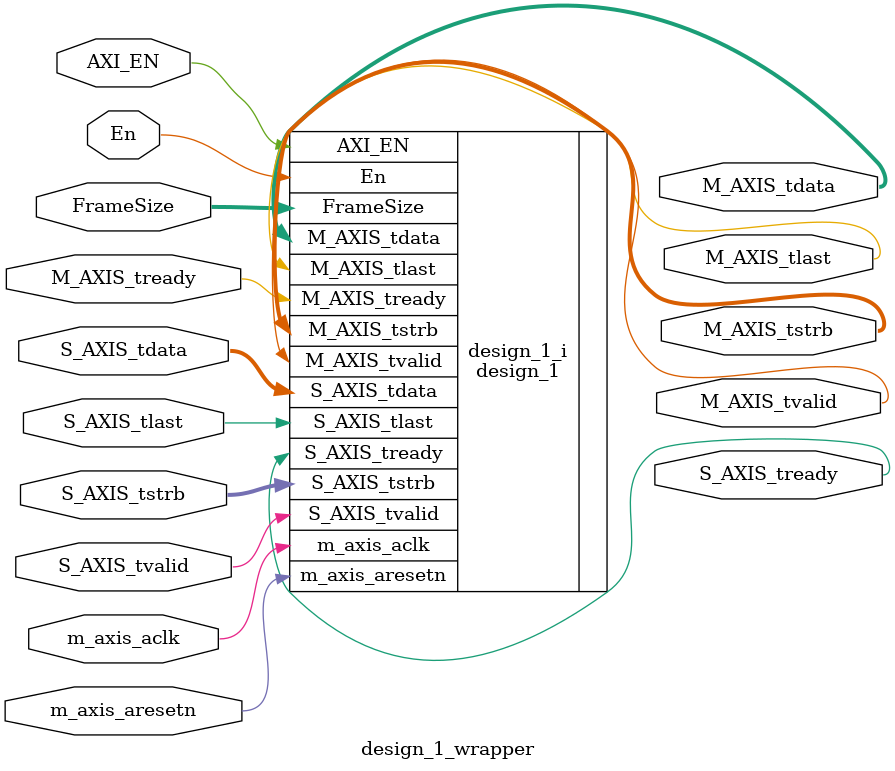
<source format=v>
`timescale 1 ps / 1 ps

module design_1_wrapper
   (AXI_EN,
    En,
    FrameSize,
    M_AXIS_tdata,
    M_AXIS_tlast,
    M_AXIS_tready,
    M_AXIS_tstrb,
    M_AXIS_tvalid,
    S_AXIS_tdata,
    S_AXIS_tlast,
    S_AXIS_tready,
    S_AXIS_tstrb,
    S_AXIS_tvalid,
    m_axis_aclk,
    m_axis_aresetn);
  input AXI_EN;
  input En;
  input [7:0]FrameSize;
  output [31:0]M_AXIS_tdata;
  output M_AXIS_tlast;
  input M_AXIS_tready;
  output [3:0]M_AXIS_tstrb;
  output M_AXIS_tvalid;
  input [31:0]S_AXIS_tdata;
  input S_AXIS_tlast;
  output S_AXIS_tready;
  input [3:0]S_AXIS_tstrb;
  input S_AXIS_tvalid;
  input m_axis_aclk;
  input m_axis_aresetn;

  wire AXI_EN;
  wire En;
  wire [7:0]FrameSize;
  wire [31:0]M_AXIS_tdata;
  wire M_AXIS_tlast;
  wire M_AXIS_tready;
  wire [3:0]M_AXIS_tstrb;
  wire M_AXIS_tvalid;
  wire [31:0]S_AXIS_tdata;
  wire S_AXIS_tlast;
  wire S_AXIS_tready;
  wire [3:0]S_AXIS_tstrb;
  wire S_AXIS_tvalid;
  wire m_axis_aclk;
  wire m_axis_aresetn;

  design_1 design_1_i
       (.AXI_EN(AXI_EN),
        .En(En),
        .FrameSize(FrameSize),
        .M_AXIS_tdata(M_AXIS_tdata),
        .M_AXIS_tlast(M_AXIS_tlast),
        .M_AXIS_tready(M_AXIS_tready),
        .M_AXIS_tstrb(M_AXIS_tstrb),
        .M_AXIS_tvalid(M_AXIS_tvalid),
        .S_AXIS_tdata(S_AXIS_tdata),
        .S_AXIS_tlast(S_AXIS_tlast),
        .S_AXIS_tready(S_AXIS_tready),
        .S_AXIS_tstrb(S_AXIS_tstrb),
        .S_AXIS_tvalid(S_AXIS_tvalid),
        .m_axis_aclk(m_axis_aclk),
        .m_axis_aresetn(m_axis_aresetn));
endmodule

</source>
